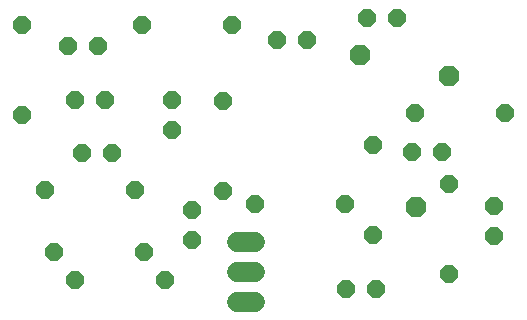
<source format=gbr>
G04 EAGLE Gerber RS-274X export*
G75*
%MOMM*%
%FSLAX34Y34*%
%LPD*%
%INSoldermask Top*%
%IPPOS*%
%AMOC8*
5,1,8,0,0,1.08239X$1,22.5*%
G01*
%ADD10P,1.649562X8X202.500000*%
%ADD11P,1.649562X8X112.500000*%
%ADD12P,1.649562X8X22.500000*%
%ADD13P,1.649562X8X292.500000*%
%ADD14C,1.727200*%
%ADD15P,1.869504X8X22.500000*%


D10*
X115588Y157905D03*
X90188Y157905D03*
X109238Y202355D03*
X83838Y202355D03*
X280688Y253155D03*
X255288Y253155D03*
X356888Y272205D03*
X331488Y272205D03*
X395185Y158626D03*
X369785Y158626D03*
D11*
X438854Y87531D03*
X438854Y112931D03*
D12*
X313795Y42711D03*
X339195Y42711D03*
D13*
X182923Y109430D03*
X182923Y84030D03*
D11*
X166388Y176955D03*
X166388Y202355D03*
D12*
X78601Y248094D03*
X104001Y248094D03*
D14*
X221824Y31281D02*
X237064Y31281D01*
X237064Y56681D02*
X221824Y56681D01*
X221824Y82081D02*
X237064Y82081D01*
D10*
X448144Y191162D03*
X371944Y191162D03*
D13*
X209895Y201349D03*
X209895Y125149D03*
D11*
X39628Y189853D03*
X39628Y266053D03*
D10*
X142387Y73881D03*
X66187Y73881D03*
D13*
X336516Y163940D03*
X336516Y87740D03*
D10*
X313001Y114084D03*
X236801Y114084D03*
D11*
X400811Y55124D03*
X400811Y131324D03*
D10*
X134638Y126155D03*
X58438Y126155D03*
X160038Y49955D03*
X83838Y49955D03*
X217188Y265855D03*
X140988Y265855D03*
D15*
X325140Y240382D03*
X401265Y222930D03*
X373236Y111682D03*
M02*

</source>
